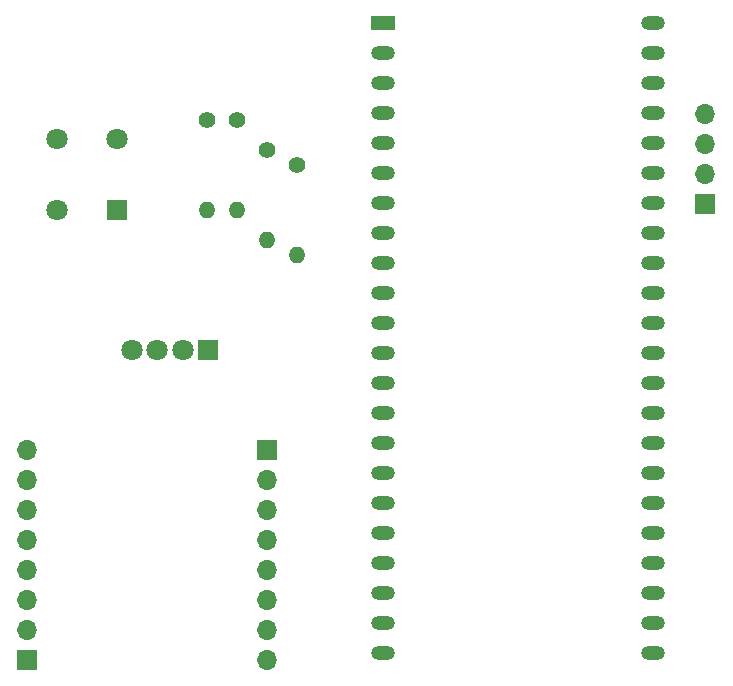
<source format=gts>
%TF.GenerationSoftware,KiCad,Pcbnew,7.0.10*%
%TF.CreationDate,2024-03-31T17:00:33-07:00*%
%TF.ProjectId,Esp32,45737033-322e-46b6-9963-61645f706362,rev?*%
%TF.SameCoordinates,Original*%
%TF.FileFunction,Soldermask,Top*%
%TF.FilePolarity,Negative*%
%FSLAX46Y46*%
G04 Gerber Fmt 4.6, Leading zero omitted, Abs format (unit mm)*
G04 Created by KiCad (PCBNEW 7.0.10) date 2024-03-31 17:00:33*
%MOMM*%
%LPD*%
G01*
G04 APERTURE LIST*
%ADD10C,1.400000*%
%ADD11O,1.400000X1.400000*%
%ADD12R,2.000000X1.200000*%
%ADD13O,2.000000X1.200000*%
%ADD14R,1.700000X1.700000*%
%ADD15O,1.700000X1.700000*%
%ADD16R,1.800000X1.800000*%
%ADD17C,1.800000*%
G04 APERTURE END LIST*
D10*
%TO.C,R1*%
X119380000Y-66040000D03*
D11*
X119380000Y-73660000D03*
%TD*%
D10*
%TO.C,R3*%
X124460000Y-69850000D03*
D11*
X124460000Y-77470000D03*
%TD*%
D10*
%TO.C,R4*%
X116840000Y-66040000D03*
D11*
X116840000Y-73660000D03*
%TD*%
D12*
%TO.C,U1*%
X131717000Y-57848120D03*
D13*
X131717000Y-60388120D03*
X131717000Y-62928120D03*
X131717000Y-65468120D03*
X131717000Y-68008120D03*
X131717000Y-70548120D03*
X131717000Y-73088120D03*
X131717000Y-75628120D03*
X131717000Y-78168120D03*
X131717000Y-80708120D03*
X131717000Y-83248120D03*
X131717000Y-85788120D03*
X131717000Y-88328120D03*
X131717000Y-90868120D03*
X131717000Y-93408120D03*
X131717000Y-95948120D03*
X131717000Y-98488120D03*
X131717000Y-101028120D03*
X131717000Y-103568120D03*
X131713320Y-106105400D03*
X131713320Y-108645400D03*
X131713320Y-111185400D03*
X154577000Y-111188120D03*
X154577000Y-108648120D03*
X154577000Y-106108120D03*
X154577000Y-103568120D03*
X154577000Y-101028120D03*
X154577000Y-98488120D03*
X154577000Y-95948120D03*
X154577000Y-93408120D03*
X154577000Y-90868120D03*
X154577000Y-88328120D03*
X154577000Y-85788120D03*
X154577000Y-83248120D03*
X154577000Y-80708120D03*
X154577000Y-78168120D03*
X154577000Y-75628120D03*
X154577000Y-73088120D03*
X154577000Y-70548120D03*
X154577000Y-68008120D03*
X154577000Y-65468120D03*
X154577000Y-62928120D03*
X154577000Y-60388120D03*
X154577000Y-57848120D03*
%TD*%
D14*
%TO.C,CON2*%
X101600000Y-111760000D03*
D15*
X101600000Y-109220000D03*
X101600000Y-106680000D03*
X101600000Y-104140000D03*
X101600000Y-101600000D03*
X101600000Y-99060000D03*
X101600000Y-96520000D03*
X101600000Y-93980000D03*
%TD*%
D10*
%TO.C,R2*%
X121920000Y-68580000D03*
D11*
X121920000Y-76200000D03*
%TD*%
D14*
%TO.C,CON1*%
X121920000Y-93980000D03*
D15*
X121920000Y-96520000D03*
X121920000Y-99060000D03*
X121920000Y-101600000D03*
X121920000Y-104140000D03*
X121920000Y-106680000D03*
X121920000Y-109220000D03*
X121920000Y-111760000D03*
%TD*%
D14*
%TO.C,J1*%
X159004000Y-73152000D03*
D15*
X159004000Y-70612000D03*
X159004000Y-68072000D03*
X159004000Y-65532000D03*
%TD*%
D16*
%TO.C,SW1*%
X109140000Y-73660000D03*
D17*
X104140000Y-73660000D03*
X109140000Y-67660000D03*
X104140000Y-67660000D03*
%TD*%
D16*
%TO.C,D1*%
X116916200Y-85547200D03*
D17*
X114757200Y-85547200D03*
X112598200Y-85547200D03*
X110439200Y-85547200D03*
%TD*%
M02*

</source>
